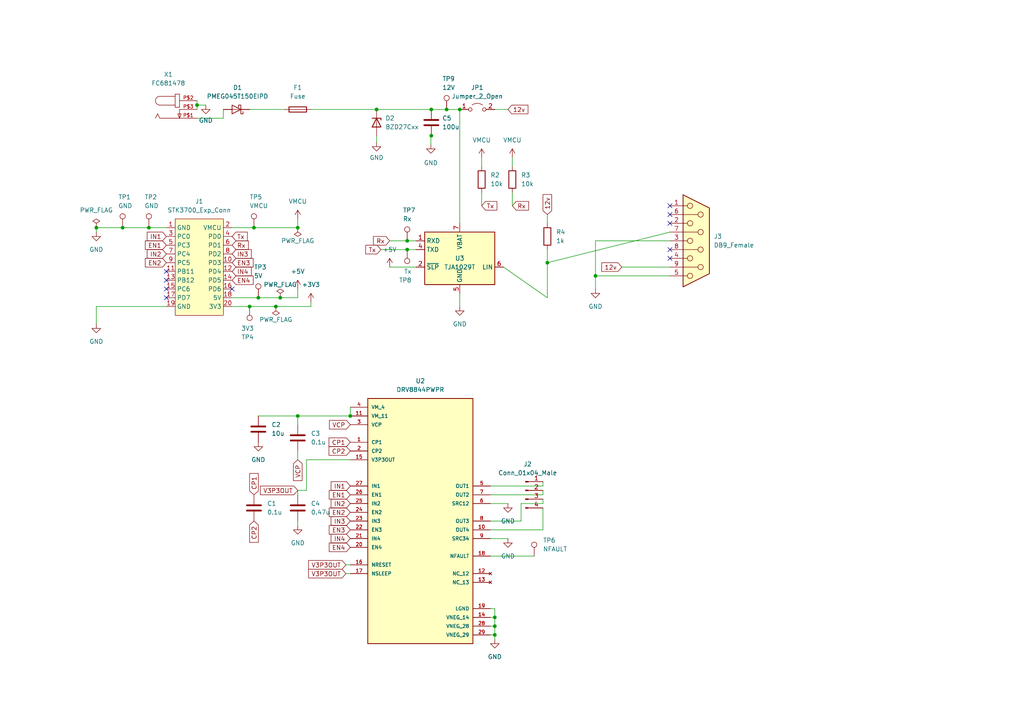
<source format=kicad_sch>
(kicad_sch (version 20211123) (generator eeschema)
  (paper "A4")
  (lib_symbols
    (symbol "Connector:Conn_01x04_Male" (pin_names (offset 1.016) hide)
      (property "Reference" "J" (at 0 5.08 0))
      (property "Value" "Conn_01x04_Male" (at 0 -7.62 0))
      (symbol "Conn_01x04_Male_1_1"
        (polyline (pts (xy 1.27 -5.08) (xy 0.8636 -5.08)) (stroke (width 0.1524)))
        (polyline (pts (xy 1.27 -2.54) (xy 0.8636 -2.54)) (stroke (width 0.1524)))
        (polyline (pts (xy 1.27 0) (xy 0.8636 0)) (stroke (width 0.1524)))
        (polyline (pts (xy 1.27 2.54) (xy 0.8636 2.54)) (stroke (width 0.1524)))
        (rectangle (start 0.8636 -4.953) (end 0 -5.207) (stroke (width 0.1524)) (fill (type outline)))
        (rectangle (start 0.8636 -2.413) (end 0 -2.667) (stroke (width 0.1524)) (fill (type outline)))
        (rectangle (start 0.8636 0.127) (end 0 -0.127) (stroke (width 0.1524)) (fill (type outline)))
        (rectangle (start 0.8636 2.667) (end 0 2.413) (stroke (width 0.1524)) (fill (type outline)))
        (pin passive line (at 5.08 2.54 180) (length 3.81) (name "Pin_1") (number "1"))
        (pin passive line (at 5.08 0 180) (length 3.81) (name "Pin_2") (number "2"))
        (pin passive line (at 5.08 -2.54 180) (length 3.81) (name "Pin_3") (number "3"))
        (pin passive line (at 5.08 -5.08 180) (length 3.81) (name "Pin_4") (number "4"))
      )
    )
    (symbol "Connector:DB9_Female" (pin_names (offset 1.016) hide)
      (property "Reference" "J" (at 0 13.97 0))
      (property "Value" "DB9_Female" (at 0 -14.605 0))
      (symbol "DB9_Female_0_1"
        (circle (center -1.778 -10.16) (radius 0.762))
        (circle (center -1.778 -5.08) (radius 0.762))
        (circle (center -1.778 0) (radius 0.762))
        (circle (center -1.778 5.08) (radius 0.762))
        (circle (center -1.778 10.16) (radius 0.762))
        (polyline (pts (xy -3.81 -10.16) (xy -2.54 -10.16)))
        (polyline (pts (xy -3.81 -7.62) (xy 0.508 -7.62)))
        (polyline (pts (xy -3.81 -5.08) (xy -2.54 -5.08)))
        (polyline (pts (xy -3.81 -2.54) (xy 0.508 -2.54)))
        (polyline (pts (xy -3.81 0) (xy -2.54 0)))
        (polyline (pts (xy -3.81 2.54) (xy 0.508 2.54)))
        (polyline (pts (xy -3.81 5.08) (xy -2.54 5.08)))
        (polyline (pts (xy -3.81 7.62) (xy 0.508 7.62)))
        (polyline (pts (xy -3.81 10.16) (xy -2.54 10.16)))
        (polyline (pts (xy -3.81 13.335) (xy -3.81 -13.335) (xy 3.81 -9.525) (xy 3.81 9.525) (xy -3.81 13.335)) (stroke (width 0.254)) (fill (type background)))
        (circle (center 1.27 -7.62) (radius 0.762))
        (circle (center 1.27 -2.54) (radius 0.762))
        (circle (center 1.27 2.54) (radius 0.762))
        (circle (center 1.27 7.62) (radius 0.762))
      )
      (symbol "DB9_Female_1_1"
        (pin passive line (at -7.62 10.16 0) (length 3.81) (name "1") (number "1"))
        (pin passive line (at -7.62 5.08 0) (length 3.81) (name "2") (number "2"))
        (pin passive line (at -7.62 0 0) (length 3.81) (name "3") (number "3"))
        (pin passive line (at -7.62 -5.08 0) (length 3.81) (name "4") (number "4"))
        (pin passive line (at -7.62 -10.16 0) (length 3.81) (name "5") (number "5"))
        (pin passive line (at -7.62 7.62 0) (length 3.81) (name "6") (number "6"))
        (pin passive line (at -7.62 2.54 0) (length 3.81) (name "7") (number "7"))
        (pin passive line (at -7.62 -2.54 0) (length 3.81) (name "8") (number "8"))
        (pin passive line (at -7.62 -7.62 0) (length 3.81) (name "9") (number "9"))
      )
    )
    (symbol "Connector:TestPoint" (pin_numbers hide) (pin_names (offset 0.762) hide)
      (property "Reference" "TP" (at 0 6.858 0))
      (property "Value" "TestPoint" (at 0 5.08 0))
      (symbol "TestPoint_0_1"
        (circle (center 0 3.302) (radius 0.762))
      )
      (symbol "TestPoint_1_1"
        (pin passive line (at 0 0 90) (length 2.54) (name "1") (number "1"))
      )
    )
    (symbol "DRV8844PWPR:DRV8844PWPR" (pin_names (offset 1.016))
      (property "Reference" "U" (at -15.24 35.56 0))
      (property "Value" "DRV8844PWPR" (at -15.24 -40.64 0))
      (symbol "DRV8844PWPR_0_0"
        (rectangle (start -15.24 -35.56) (end 15.24 35.56) (stroke (width 0.254)) (fill (type background)))
        (pin power_in line (at -20.32 22.86 0) (length 5.08) (name "CP1") (number "1"))
        (pin output line (at 20.32 -2.54 180) (length 5.08) (name "OUT4") (number "10"))
        (pin power_in line (at -20.32 30.48 0) (length 5.08) (name "VM_11") (number "11"))
        (pin no_connect line (at 20.32 -15.24 180) (length 5.08) (name "NC_12") (number "12"))
        (pin no_connect line (at 20.32 -17.78 180) (length 5.08) (name "NC_13") (number "13"))
        (pin power_in line (at 20.32 -27.94 180) (length 5.08) (name "VNEG_14") (number "14"))
        (pin power_in line (at -20.32 17.78 0) (length 5.08) (name "V3P3OUT") (number "15"))
        (pin input line (at -20.32 -12.7 0) (length 5.08) (name "NRESET") (number "16"))
        (pin input line (at -20.32 -15.24 0) (length 5.08) (name "NSLEEP") (number "17"))
        (pin output line (at 20.32 -10.16 180) (length 5.08) (name "NFAULT") (number "18"))
        (pin power_in line (at 20.32 -25.4 180) (length 5.08) (name "LGND") (number "19"))
        (pin power_in line (at -20.32 20.32 0) (length 5.08) (name "CP2") (number "2"))
        (pin input line (at -20.32 -7.62 0) (length 5.08) (name "EN4") (number "20"))
        (pin input line (at -20.32 -5.08 0) (length 5.08) (name "IN4") (number "21"))
        (pin input line (at -20.32 -2.54 0) (length 5.08) (name "EN3") (number "22"))
        (pin bidirectional line (at -20.32 0 0) (length 5.08) (name "IN3") (number "23"))
        (pin input line (at -20.32 2.54 0) (length 5.08) (name "EN2") (number "24"))
        (pin input line (at -20.32 5.08 0) (length 5.08) (name "IN2") (number "25"))
        (pin input line (at -20.32 7.62 0) (length 5.08) (name "EN1") (number "26"))
        (pin input line (at -20.32 10.16 0) (length 5.08) (name "IN1") (number "27"))
        (pin power_in line (at 20.32 -30.48 180) (length 5.08) (name "VNEG_28") (number "28"))
        (pin power_in line (at 20.32 -33.02 180) (length 5.08) (name "VNEG_29") (number "29"))
        (pin power_in line (at -20.32 27.94 0) (length 5.08) (name "VCP") (number "3"))
        (pin power_in line (at -20.32 33.02 0) (length 5.08) (name "VM_4") (number "4"))
        (pin output line (at 20.32 10.16 180) (length 5.08) (name "OUT1") (number "5"))
        (pin power_in line (at 20.32 5.08 180) (length 5.08) (name "SRC12") (number "6"))
        (pin output line (at 20.32 7.62 180) (length 5.08) (name "OUT2") (number "7"))
        (pin output line (at 20.32 0 180) (length 5.08) (name "OUT3") (number "8"))
        (pin power_in line (at 20.32 -5.08 180) (length 5.08) (name "SRC34") (number "9"))
      )
    )
    (symbol "Device:C" (pin_numbers hide) (pin_names (offset 0.254))
      (property "Reference" "C" (at 0.635 2.54 0))
      (property "Value" "C" (at 0.635 -2.54 0))
      (symbol "C_0_1"
        (polyline (pts (xy -2.032 -0.762) (xy 2.032 -0.762)) (stroke (width 0.508)))
        (polyline (pts (xy -2.032 0.762) (xy 2.032 0.762)) (stroke (width 0.508)))
      )
      (symbol "C_1_1"
        (pin passive line (at 0 3.81 270) (length 2.794) (name "~") (number "1"))
        (pin passive line (at 0 -3.81 90) (length 2.794) (name "~") (number "2"))
      )
    )
    (symbol "Device:Fuse" (pin_numbers hide) (pin_names (offset 0))
      (property "Reference" "F" (at 2.032 0 90))
      (property "Value" "Fuse" (at -1.905 0 90))
      (symbol "Fuse_0_1"
        (rectangle (start -0.762 -2.54) (end 0.762 2.54) (stroke (width 0.254)))
        (polyline (pts (xy 0 2.54) (xy 0 -2.54)))
      )
      (symbol "Fuse_1_1"
        (pin passive line (at 0 3.81 270) (length 1.27) (name "~") (number "1"))
        (pin passive line (at 0 -3.81 90) (length 1.27) (name "~") (number "2"))
      )
    )
    (symbol "Device:R" (pin_numbers hide) (pin_names (offset 0))
      (property "Reference" "R" (at 2.032 0 90))
      (property "Value" "R" (at 0 0 90))
      (symbol "R_0_1"
        (rectangle (start -1.016 -2.54) (end 1.016 2.54) (stroke (width 0.254)))
      )
      (symbol "R_1_1"
        (pin passive line (at 0 3.81 270) (length 1.27) (name "~") (number "1"))
        (pin passive line (at 0 -3.81 90) (length 1.27) (name "~") (number "2"))
      )
    )
    (symbol "Diode:BZD27Cxx" (pin_numbers hide) (pin_names hide)
      (property "Reference" "D" (at 0 2.54 0))
      (property "Value" "BZD27Cxx" (at 0 -2.54 0))
      (symbol "BZD27Cxx_0_1"
        (polyline (pts (xy 1.27 0) (xy -1.27 0)))
        (polyline (pts (xy -1.27 -1.27) (xy -1.27 1.27) (xy -0.762 1.27)) (stroke (width 0.254)))
        (polyline (pts (xy 1.27 -1.27) (xy 1.27 1.27) (xy -1.27 0) (xy 1.27 -1.27)) (stroke (width 0.254)))
      )
      (symbol "BZD27Cxx_1_1"
        (pin passive line (at -3.81 0 0) (length 2.54) (name "K") (number "1"))
        (pin passive line (at 3.81 0 180) (length 2.54) (name "A") (number "2"))
      )
    )
    (symbol "Diode:PMEG045T150EIPD" (pin_numbers hide) (pin_names hide)
      (property "Reference" "D" (at 0 2.54 0))
      (property "Value" "PMEG045T150EIPD" (at 0 -2.54 0))
      (symbol "PMEG045T150EIPD_0_1"
        (polyline (pts (xy 1.27 0) (xy -1.27 0)))
        (polyline (pts (xy 1.27 1.27) (xy 1.27 -1.27) (xy -1.27 0) (xy 1.27 1.27)) (stroke (width 0.2032)))
        (polyline (pts (xy -1.905 0.635) (xy -1.905 1.27) (xy -1.27 1.27) (xy -1.27 -1.27) (xy -0.635 -1.27) (xy -0.635 -0.635)) (stroke (width 0.2032)))
      )
      (symbol "PMEG045T150EIPD_1_1"
        (pin passive line (at 3.81 0 180) (length 2.54) (name "A") (number "1"))
        (pin passive line (at 3.81 0 180) (length 2.54) hide (name "A") (number "2"))
        (pin passive line (at -3.81 0 0) (length 2.54) (name "K") (number "3"))
      )
    )
    (symbol "FC681478:FC681478" (pin_names (offset 1.016) hide)
      (property "Reference" "X" (at -7.62 5.08 0))
      (property "Value" "FC681478" (at -7.62 -5.08 0))
      (symbol "FC681478_0_0"
        (arc (start -5.715 3.81) (mid -6.985 2.54) (end -5.715 1.27) (stroke (width 0.1524)))
        (polyline (pts (xy -6.35 -1.27) (xy -6.985 -2.54)) (stroke (width 0.1524)))
        (polyline (pts (xy -5.715 -2.54) (xy -6.35 -1.27)) (stroke (width 0.1524)))
        (polyline (pts (xy -5.715 3.81) (xy -1.27 3.81)) (stroke (width 0.1524)))
        (polyline (pts (xy -1.27 0.635) (xy 0 0.635)) (stroke (width 0.1524)))
        (polyline (pts (xy -1.27 1.27) (xy -5.715 1.27)) (stroke (width 0.1524)))
        (polyline (pts (xy -1.27 1.27) (xy -1.27 0.635)) (stroke (width 0.1524)))
        (polyline (pts (xy -1.27 3.81) (xy -1.27 1.27)) (stroke (width 0.1524)))
        (polyline (pts (xy -1.27 4.445) (xy -1.27 3.81)) (stroke (width 0.1524)))
        (polyline (pts (xy 0 -2.54) (xy -5.715 -2.54)) (stroke (width 0.1524)))
        (polyline (pts (xy 0 0) (xy 0 -2.54)) (stroke (width 0.1524)))
        (polyline (pts (xy 0 0.635) (xy 0 4.445)) (stroke (width 0.1524)))
        (polyline (pts (xy 0 4.445) (xy -1.27 4.445)) (stroke (width 0.1524)))
        (polyline (pts (xy 0 -2.54) (xy -0.508 -1.27) (xy 0.508 -1.27) (xy 0 -2.54)) (stroke (width 0.1524)) (fill (type background)))
        (pin passive line (at 5.08 -2.54 180) (length 5.08) (name "~") (number "P$1"))
        (pin passive line (at 5.08 2.54 180) (length 5.08) (name "~") (number "P$2"))
        (pin passive line (at 5.08 0 180) (length 5.08) (name "~") (number "P$3"))
      )
    )
    (symbol "Interface_CAN_LIN:TJA1029T"
      (property "Reference" "U" (at -10.16 8.89 0))
      (property "Value" "TJA1029T" (at 1.27 8.89 0))
      (symbol "TJA1029T_0_1"
        (rectangle (start -10.16 7.62) (end 10.16 -7.62) (stroke (width 0.254)) (fill (type background)))
      )
      (symbol "TJA1029T_1_1"
        (pin open_collector line (at -12.7 5.08 0) (length 2.54) (name "RXD") (number "1"))
        (pin input line (at -12.7 -2.54 0) (length 2.54) (name "~{SLP}") (number "2"))
        (pin no_connect line (at -10.16 -5.08 0) (length 2.54) hide (name "NC") (number "3"))
        (pin input line (at -12.7 2.54 0) (length 2.54) (name "TXD") (number "4"))
        (pin power_in line (at 0 -10.16 90) (length 2.54) (name "GND") (number "5"))
        (pin bidirectional line (at 12.7 -2.54 180) (length 2.54) (name "LIN") (number "6"))
        (pin power_in line (at 0 10.16 270) (length 2.54) (name "VBAT") (number "7"))
        (pin no_connect line (at 10.16 2.54 180) (length 2.54) hide (name "NC") (number "8"))
      )
    )
    (symbol "Jumper:Jumper_2_Open" (pin_names (offset 0) hide)
      (property "Reference" "JP" (at 0 2.794 0))
      (property "Value" "Jumper_2_Open" (at 0 -2.286 0))
      (symbol "Jumper_2_Open_0_0"
        (circle (center -2.032 0) (radius 0.508))
        (circle (center 2.032 0) (radius 0.508))
      )
      (symbol "Jumper_2_Open_0_1"
        (arc (start 1.524 1.27) (mid 0 1.778) (end -1.524 1.27))
      )
      (symbol "Jumper_2_Open_1_1"
        (pin passive line (at -5.08 0 0) (length 2.54) (name "A") (number "1"))
        (pin passive line (at 5.08 0 180) (length 2.54) (name "B") (number "2"))
      )
    )
    (symbol "STK3700_Expansion_board:STK3700_Exp_Conn"
      (property "Reference" "J" (at -6.35 13.97 0))
      (property "Value" "STK3700_Exp_Conn" (at 0 -16.51 0))
      (symbol "STK3700_Exp_Conn_0_1"
        (rectangle (start -6.35 12.7) (end 7.62 -15.24) (fill (type background)))
      )
      (symbol "STK3700_Exp_Conn_1_1"
        (pin passive line (at -8.89 10.16 0) (length 2.54) (name "GND") (number "1"))
        (pin passive line (at 10.16 0 180) (length 2.54) (name "PD3") (number "10"))
        (pin passive line (at -8.89 -2.54 0) (length 2.54) (name "PB11") (number "11"))
        (pin passive line (at 10.16 -2.54 180) (length 2.54) (name "PD4") (number "12"))
        (pin passive line (at -8.89 -5.08 0) (length 2.54) (name "PB12") (number "13"))
        (pin passive line (at 10.16 -5.08 180) (length 2.54) (name "PD5") (number "14"))
        (pin passive line (at -8.89 -7.62 0) (length 2.54) (name "PC6") (number "15"))
        (pin passive line (at 10.16 -7.62 180) (length 2.54) (name "PD6") (number "16"))
        (pin passive line (at -8.89 -10.16 0) (length 2.54) (name "PD7") (number "17"))
        (pin passive line (at 10.16 -10.16 180) (length 2.54) (name "5V") (number "18"))
        (pin passive line (at -8.89 -12.7 0) (length 2.54) (name "GND") (number "19"))
        (pin passive line (at 10.16 10.16 180) (length 2.54) (name "VMCU") (number "2"))
        (pin passive line (at 10.16 -12.7 180) (length 2.54) (name "3V3") (number "20"))
        (pin passive line (at -8.89 7.62 0) (length 2.54) (name "PC0") (number "3"))
        (pin passive line (at 10.16 7.62 180) (length 2.54) (name "PD0") (number "4"))
        (pin passive line (at -8.89 5.08 0) (length 2.54) (name "PC3") (number "5"))
        (pin passive line (at 10.16 5.08 180) (length 2.54) (name "PD1") (number "6"))
        (pin passive line (at -8.89 2.54 0) (length 2.54) (name "PC4") (number "7"))
        (pin passive line (at 10.16 2.54 180) (length 2.54) (name "PD2") (number "8"))
        (pin passive line (at -8.89 0 0) (length 2.54) (name "PC5") (number "9"))
      )
    )
    (symbol "STK3700_Expansion_board:VMCU" (power) (pin_names (offset 0))
      (property "Value" "VMCU" (at 0 3.556 0))
      (symbol "VMCU_0_1"
        (polyline (pts (xy -0.762 1.27) (xy 0 2.54)))
        (polyline (pts (xy 0 0) (xy 0 2.54)))
        (polyline (pts (xy 0 2.54) (xy 0.762 1.27)))
      )
      (symbol "VMCU_1_1"
        (pin power_in line (at 0 0 90) (length 0) hide (name "VMCU") (number "1"))
      )
    )
    (symbol "power:+3V3" (power) (pin_names (offset 0))
      (property "Value" "+3V3" (at 0 3.556 0))
      (symbol "+3V3_0_1"
        (polyline (pts (xy -0.762 1.27) (xy 0 2.54)))
        (polyline (pts (xy 0 0) (xy 0 2.54)))
        (polyline (pts (xy 0 2.54) (xy 0.762 1.27)))
      )
      (symbol "+3V3_1_1"
        (pin power_in line (at 0 0 90) (length 0) hide (name "+3V3") (number "1"))
      )
    )
    (symbol "power:+5V" (power) (pin_names (offset 0))
      (property "Value" "+5V" (at 0 3.556 0))
      (symbol "+5V_0_1"
        (polyline (pts (xy -0.762 1.27) (xy 0 2.54)))
        (polyline (pts (xy 0 0) (xy 0 2.54)))
        (polyline (pts (xy 0 2.54) (xy 0.762 1.27)))
      )
      (symbol "+5V_1_1"
        (pin power_in line (at 0 0 90) (length 0) hide (name "+5V") (number "1"))
      )
    )
    (symbol "power:GND" (power) (pin_names (offset 0))
      (property "Value" "GND" (at 0 -3.81 0))
      (symbol "GND_0_1"
        (polyline (pts (xy 0 0) (xy 0 -1.27) (xy 1.27 -1.27) (xy 0 -2.54) (xy -1.27 -1.27) (xy 0 -1.27)))
      )
      (symbol "GND_1_1"
        (pin power_in line (at 0 0 270) (length 0) hide (name "GND") (number "1"))
      )
    )
    (symbol "power:PWR_FLAG" (power) (pin_numbers hide) (pin_names (offset 0) hide)
      (property "Value" "PWR_FLAG" (at 0 3.81 0))
      (symbol "PWR_FLAG_0_0"
        (pin power_out line (at 0 0 90) (length 0) (name "pwr") (number "1"))
      )
      (symbol "PWR_FLAG_0_1"
        (polyline (pts (xy 0 0) (xy 0 1.27) (xy -1.016 1.905) (xy 0 2.54) (xy 1.016 1.905) (xy 0 1.27)))
      )
    )
  )
  (junction (at 158.75 76.2))
  (junction (at 129.54 31.75))
  (junction (at 143.51 184.15))
  (junction (at 35.56 66.04))
  (junction (at 101.6 120.65))
  (junction (at 57.15 30.48))
  (junction (at 43.18 66.04))
  (junction (at 118.11 72.39))
  (junction (at 73.66 66.04))
  (junction (at 81.28 86.36))
  (junction (at 80.01 88.9))
  (junction (at 125.095 39.37))
  (junction (at 172.72 80.01))
  (junction (at 27.94 66.04))
  (junction (at 72.39 88.9))
  (junction (at 133.35 31.75))
  (junction (at 86.36 120.65))
  (junction (at 125.095 31.75))
  (junction (at 74.93 86.36))
  (junction (at 109.22 31.75))
  (junction (at 143.51 181.61))
  (junction (at 86.36 66.04))
  (junction (at 118.11 69.85))
  (junction (at 143.51 179.07))
  (no_connect (at 48.26 86.36))
  (no_connect (at 48.26 81.28))
  (no_connect (at 48.26 83.82))
  (no_connect (at 48.26 78.74))
  (no_connect (at 194.31 72.39))
  (no_connect (at 194.31 62.23))
  (no_connect (at 194.31 64.77))
  (no_connect (at 194.31 59.69))
  (no_connect (at 194.31 74.93))
  (no_connect (at 67.31 83.82))
  (wire (pts (xy 86.36 86.36) (xy 86.36 83.82)))
  (wire (pts (xy 143.51 181.61) (xy 143.51 184.15)))
  (wire (pts (xy 86.36 130.81) (xy 86.36 133.35)))
  (wire (pts (xy 88.9 133.35) (xy 101.6 133.35)))
  (wire (pts (xy 57.15 34.29) (xy 64.77 34.29)))
  (wire (pts (xy 86.36 66.04) (xy 86.36 63.5)))
  (wire (pts (xy 133.35 85.09) (xy 133.35 88.9)))
  (wire (pts (xy 158.75 72.39) (xy 158.75 76.2)))
  (wire (pts (xy 74.93 120.65) (xy 86.36 120.65)))
  (wire (pts (xy 157.48 146.05) (xy 157.48 144.78)))
  (wire (pts (xy 142.24 179.07) (xy 143.51 179.07)))
  (wire (pts (xy 86.36 151.13) (xy 86.36 152.4)))
  (wire (pts (xy 142.24 176.53) (xy 143.51 176.53)))
  (wire (pts (xy 139.7 55.88) (xy 139.7 59.69)))
  (wire (pts (xy 80.01 88.9) (xy 90.17 88.9)))
  (wire (pts (xy 72.39 31.75) (xy 82.55 31.75)))
  (wire (pts (xy 57.15 30.48) (xy 57.15 31.75)))
  (wire (pts (xy 147.32 156.21) (xy 142.24 156.21)))
  (wire (pts (xy 157.48 153.67) (xy 157.48 147.32)))
  (wire (pts (xy 146.05 77.47) (xy 158.75 86.36)))
  (wire (pts (xy 109.22 39.37) (xy 109.22 41.275)))
  (wire (pts (xy 86.36 142.24) (xy 88.9 142.24)))
  (wire (pts (xy 72.39 88.9) (xy 80.01 88.9)))
  (wire (pts (xy 57.15 30.48) (xy 59.69 30.48)))
  (wire (pts (xy 172.72 69.85) (xy 172.72 80.01)))
  (wire (pts (xy 158.75 62.23) (xy 158.75 64.77)))
  (wire (pts (xy 43.18 66.04) (xy 48.26 66.04)))
  (wire (pts (xy 101.6 118.11) (xy 101.6 120.65)))
  (wire (pts (xy 113.03 77.47) (xy 120.65 77.47)))
  (wire (pts (xy 158.75 86.36) (xy 158.75 76.2)))
  (wire (pts (xy 35.56 66.04) (xy 43.18 66.04)))
  (wire (pts (xy 194.31 77.47) (xy 180.34 77.47)))
  (wire (pts (xy 139.7 45.72) (xy 139.7 48.26)))
  (wire (pts (xy 27.94 66.04) (xy 35.56 66.04)))
  (wire (pts (xy 158.75 76.2) (xy 194.31 67.31)))
  (wire (pts (xy 90.17 88.9) (xy 90.17 87.63)))
  (wire (pts (xy 27.94 66.04) (xy 27.94 67.31)))
  (wire (pts (xy 73.66 66.04) (xy 86.36 66.04)))
  (wire (pts (xy 148.59 55.88) (xy 148.59 59.69)))
  (wire (pts (xy 148.59 45.72) (xy 148.59 48.26)))
  (wire (pts (xy 64.77 34.29) (xy 64.77 31.75)))
  (wire (pts (xy 157.48 143.51) (xy 157.48 142.24)))
  (wire (pts (xy 143.51 176.53) (xy 143.51 179.07)))
  (wire (pts (xy 142.24 161.29) (xy 154.94 161.29)))
  (wire (pts (xy 172.72 80.01) (xy 172.72 83.82)))
  (wire (pts (xy 142.24 151.13) (xy 151.13 151.13)))
  (wire (pts (xy 27.94 93.98) (xy 27.94 88.9)))
  (wire (pts (xy 129.54 31.75) (xy 133.35 31.75)))
  (wire (pts (xy 125.222 39.37) (xy 125.095 39.37)))
  (wire (pts (xy 133.35 31.75) (xy 133.35 64.77)))
  (wire (pts (xy 67.31 88.9) (xy 72.39 88.9)))
  (wire (pts (xy 57.15 29.21) (xy 57.15 30.48)))
  (wire (pts (xy 143.51 179.07) (xy 143.51 181.61)))
  (wire (pts (xy 142.24 153.67) (xy 157.48 153.67)))
  (wire (pts (xy 142.24 181.61) (xy 143.51 181.61)))
  (wire (pts (xy 110.49 72.39) (xy 118.11 72.39)))
  (wire (pts (xy 27.94 88.9) (xy 48.26 88.9)))
  (wire (pts (xy 67.31 86.36) (xy 74.93 86.36)))
  (wire (pts (xy 143.51 31.75) (xy 147.32 31.75)))
  (wire (pts (xy 142.24 140.97) (xy 157.48 140.97)))
  (wire (pts (xy 125.095 39.37) (xy 124.968 39.37)))
  (wire (pts (xy 151.13 151.13) (xy 151.13 146.05)))
  (wire (pts (xy 124.968 39.37) (xy 124.968 41.91)))
  (wire (pts (xy 142.24 184.15) (xy 143.51 184.15)))
  (wire (pts (xy 67.31 66.04) (xy 73.66 66.04)))
  (wire (pts (xy 101.6 166.37) (xy 100.33 166.37)))
  (wire (pts (xy 86.36 120.65) (xy 101.6 120.65)))
  (wire (pts (xy 118.11 72.39) (xy 120.65 72.39)))
  (wire (pts (xy 118.11 69.85) (xy 120.65 69.85)))
  (wire (pts (xy 90.17 31.75) (xy 109.22 31.75)))
  (wire (pts (xy 88.9 133.35) (xy 88.9 142.24)))
  (wire (pts (xy 143.51 184.15) (xy 143.51 185.42)))
  (wire (pts (xy 142.24 143.51) (xy 157.48 143.51)))
  (wire (pts (xy 101.6 163.83) (xy 100.33 163.83)))
  (wire (pts (xy 81.28 86.36) (xy 86.36 86.36)))
  (wire (pts (xy 157.48 140.97) (xy 157.48 139.7)))
  (wire (pts (xy 125.095 31.75) (xy 129.54 31.75)))
  (wire (pts (xy 113.03 69.85) (xy 118.11 69.85)))
  (wire (pts (xy 151.13 146.05) (xy 157.48 146.05)))
  (wire (pts (xy 194.31 69.85) (xy 172.72 69.85)))
  (wire (pts (xy 86.36 142.24) (xy 86.36 143.51)))
  (wire (pts (xy 86.36 120.65) (xy 86.36 123.19)))
  (wire (pts (xy 147.32 146.05) (xy 142.24 146.05)))
  (wire (pts (xy 109.22 31.75) (xy 125.095 31.75)))
  (wire (pts (xy 74.93 86.36) (xy 81.28 86.36)))
  (wire (pts (xy 172.72 80.01) (xy 194.31 80.01)))
  (global_label "EN1" (shape input) (at 48.26 71.12 180) (property "Intersheet References" "${INTERSHEET_REFS}" (effects hide)))
  (global_label "EN4" (shape input) (at 67.31 81.28 0) (property "Intersheet References" "${INTERSHEET_REFS}" (effects hide)))
  (global_label "IN4" (shape input) (at 101.6 156.21 180) (property "Intersheet References" "${INTERSHEET_REFS}" (effects hide)))
  (global_label "Tx" (shape input) (at 67.31 68.58 0) (property "Intersheet References" "${INTERSHEET_REFS}" (effects hide)))
  (global_label "12v" (shape input) (at 180.34 77.47 180) (property "Intersheet References" "${INTERSHEET_REFS}" (effects hide)))
  (global_label "CP1" (shape input) (at 101.6 128.27 180) (property "Intersheet References" "${INTERSHEET_REFS}" (effects hide)))
  (global_label "EN3" (shape input) (at 67.31 76.2 0) (property "Intersheet References" "${INTERSHEET_REFS}" (effects hide)))
  (global_label "CP2" (shape input) (at 101.6 130.81 180) (property "Intersheet References" "${INTERSHEET_REFS}" (effects hide)))
  (global_label "IN2" (shape input) (at 101.6 146.05 180) (property "Intersheet References" "${INTERSHEET_REFS}" (effects hide)))
  (global_label "V3P3OUT" (shape input) (at 100.33 166.37 180) (property "Intersheet References" "${INTERSHEET_REFS}" (effects hide)))
  (global_label "EN2" (shape input) (at 48.26 76.2 180) (property "Intersheet References" "${INTERSHEET_REFS}" (effects hide)))
  (global_label "EN2" (shape input) (at 101.6 148.59 180) (property "Intersheet References" "${INTERSHEET_REFS}" (effects hide)))
  (global_label "IN3" (shape input) (at 101.6 151.13 180) (property "Intersheet References" "${INTERSHEET_REFS}" (effects hide)))
  (global_label "V3P3OUT" (shape input) (at 86.36 142.24 180) (property "Intersheet References" "${INTERSHEET_REFS}" (effects hide)))
  (global_label "VCP" (shape input) (at 101.6 123.19 180) (property "Intersheet References" "${INTERSHEET_REFS}" (effects hide)))
  (global_label "CP2" (shape input) (at 73.66 151.13 270) (property "Intersheet References" "${INTERSHEET_REFS}" (effects hide)))
  (global_label "IN4" (shape input) (at 67.31 78.74 0) (property "Intersheet References" "${INTERSHEET_REFS}" (effects hide)))
  (global_label "IN2" (shape input) (at 48.26 73.66 180) (property "Intersheet References" "${INTERSHEET_REFS}" (effects hide)))
  (global_label "EN3" (shape input) (at 101.6 153.67 180) (property "Intersheet References" "${INTERSHEET_REFS}" (effects hide)))
  (global_label "IN1" (shape input) (at 48.26 68.58 180) (property "Intersheet References" "${INTERSHEET_REFS}" (effects hide)))
  (global_label "Rx" (shape input) (at 67.31 71.12 0) (property "Intersheet References" "${INTERSHEET_REFS}" (effects hide)))
  (global_label "12v" (shape input) (at 147.32 31.75 0) (property "Intersheet References" "${INTERSHEET_REFS}" (effects hide)))
  (global_label "12v" (shape input) (at 158.75 62.23 90) (property "Intersheet References" "${INTERSHEET_REFS}" (effects hide)))
  (global_label "EN4" (shape input) (at 101.6 158.75 180) (property "Intersheet References" "${INTERSHEET_REFS}" (effects hide)))
  (global_label "IN3" (shape input) (at 67.31 73.66 0) (property "Intersheet References" "${INTERSHEET_REFS}" (effects hide)))
  (global_label "Tx" (shape input) (at 110.49 72.39 180) (property "Intersheet References" "${INTERSHEET_REFS}" (effects hide)))
  (global_label "V3P3OUT" (shape input) (at 100.33 163.83 180) (property "Intersheet References" "${INTERSHEET_REFS}" (effects hide)))
  (global_label "Tx" (shape input) (at 139.7 59.69 0) (property "Intersheet References" "${INTERSHEET_REFS}" (effects hide)))
  (global_label "Rx" (shape input) (at 148.59 59.69 0) (property "Intersheet References" "${INTERSHEET_REFS}" (effects hide)))
  (global_label "VCP" (shape input) (at 86.36 133.35 270) (property "Intersheet References" "${INTERSHEET_REFS}" (effects hide)))
  (global_label "Rx" (shape input) (at 113.03 69.85 180) (property "Intersheet References" "${INTERSHEET_REFS}" (effects hide)))
  (global_label "IN1" (shape input) (at 101.6 140.97 180) (property "Intersheet References" "${INTERSHEET_REFS}" (effects hide)))
  (global_label "EN1" (shape input) (at 101.6 143.51 180) (property "Intersheet References" "${INTERSHEET_REFS}" (effects hide)))
  (global_label "CP1" (shape input) (at 73.66 143.51 90) (property "Intersheet References" "${INTERSHEET_REFS}" (effects hide)))
  (symbol (lib_id "FC681478:FC681478") (at 52.07 31.75 0) (unit 1)
    (property "Reference" "X1" (at 48.8315 21.59 0))
    (property "Value" "FC681478" (at 48.8315 24.13 0))
    (property "Footprint" "Connector_BarrelJack:BarrelJack_Horizontal" (effects hide))
  )
  (symbol (lib_id "power:GND") (at 86.36 152.4 0) (unit 1)
    (property "Reference" "#PWR0115" (effects hide))
    (property "Value" "GND" (at 86.36 157.48 0))
  )
  (symbol (lib_id "Interface_CAN_LIN:TJA1029T") (at 133.35 74.93 0) (unit 1)
    (property "Reference" "U3" (at 133.35 74.93 0))
    (property "Value" "TJA1029T" (at 133.35 77.47 0))
    (property "Footprint" "Package_SO:SOIC-8_3.9x4.9mm_P1.27mm" (effects hide))
    (property "Datasheet" "http://www.nxp.com/documents/data_sheet/TJA1029.pdf" (effects hide))
  )
  (symbol (lib_id "Connector:TestPoint") (at 35.56 66.04 0) (unit 1)
    (property "Reference" "TP1" (at 34.29 57.15 0) (effects (justify left)))
    (property "Value" "GND" (at 34.29 59.69 0) (effects (justify left)))
    (property "Footprint" "TestPoint:TestPoint_THTPad_D2.0mm_Drill1.0mm" (effects hide))
  )
  (symbol (lib_id "power:PWR_FLAG") (at 27.94 66.04 0) (unit 1)
    (property "Reference" "#FLG0102" (effects hide))
    (property "Value" "PWR_FLAG" (at 27.94 60.96 0))
  )
  (symbol (lib_id "STK3700_Expansion_board:VMCU") (at 86.36 63.5 0) (unit 1)
    (property "Reference" "#PWR0109" (effects hide))
    (property "Value" "VMCU" (at 86.36 58.42 0))
  )
  (symbol (lib_id "Device:Fuse") (at 86.36 31.75 90) (unit 1)
    (property "Reference" "F1" (at 86.36 25.4 90))
    (property "Value" "Fuse" (at 86.36 27.94 90))
    (property "Footprint" "Fuse:Fuseholder_Cylinder-5x20mm_Schurter_0031_8201_Horizontal_Open" (effects hide))
  )
  (symbol (lib_id "power:GND") (at 147.32 156.21 0) (unit 1)
    (property "Reference" "#PWR0119" (effects hide))
    (property "Value" "GND" (at 147.32 161.29 0))
  )
  (symbol (lib_id "power:GND") (at 109.22 41.275 0) (unit 1)
    (property "Reference" "#PWR0105" (effects hide))
    (property "Value" "GND" (at 109.22 45.72 0))
  )
  (symbol (lib_id "Device:C") (at 125.095 35.56 0) (unit 1)
    (property "Reference" "C5" (at 128.27 34.2899 0) (effects (justify left)))
    (property "Value" "100u" (at 128.27 36.8299 0) (effects (justify left)))
    (property "Footprint" "Capacitor_SMD:CP_Elec_4x3.9" (effects hide))
  )
  (symbol (lib_id "Device:C") (at 74.93 124.46 0) (unit 1)
    (property "Reference" "C2" (at 78.74 123.1899 0) (effects (justify left)))
    (property "Value" "10u" (at 78.74 125.7299 0) (effects (justify left)))
    (property "Footprint" "Capacitor_SMD:C_0805_2012Metric_Pad1.18x1.45mm_HandSolder" (effects hide))
  )
  (symbol (lib_id "power:GND") (at 27.94 67.31 0) (unit 1)
    (property "Reference" "#PWR0110" (effects hide))
    (property "Value" "GND" (at 27.94 72.39 0))
  )
  (symbol (lib_id "power:GND") (at 74.93 128.27 0) (unit 1)
    (property "Reference" "#PWR0114" (effects hide))
    (property "Value" "GND" (at 74.93 133.35 0))
  )
  (symbol (lib_id "STK3700_Expansion_board:VMCU") (at 148.59 45.72 0) (unit 1)
    (property "Reference" "#PWR0108" (effects hide))
    (property "Value" "VMCU" (at 148.59 40.64 0))
  )
  (symbol (lib_id "Connector:TestPoint") (at 73.66 66.04 0) (unit 1)
    (property "Reference" "TP5" (at 72.39 57.15 0) (effects (justify left)))
    (property "Value" "VMCU" (at 72.39 59.69 0) (effects (justify left)))
    (property "Footprint" "TestPoint:TestPoint_THTPad_D1.5mm_Drill0.7mm" (effects hide))
  )
  (symbol (lib_id "Connector:DB9_Female") (at 201.93 69.85 0) (unit 1)
    (property "Reference" "J3" (at 207.01 68.5799 0) (effects (justify left)))
    (property "Value" "DB9_Female" (at 207.01 71.1199 0) (effects (justify left)))
    (property "Footprint" "Connector_Dsub:DSUB-9_Male_Horizontal_P2.77x2.84mm_EdgePinOffset4.94mm_Housed_MountingHolesOffset7.48mm" (effects hide))
    (property "Datasheet" " ~" (effects hide))
  )
  (symbol (lib_id "power:+3V3") (at 90.17 87.63 0) (unit 1)
    (property "Reference" "#PWR0113" (effects hide))
    (property "Value" "+3V3" (at 90.17 82.55 0))
  )
  (symbol (lib_id "Device:R") (at 158.75 68.58 0) (unit 1)
    (property "Reference" "R4" (at 161.29 67.3099 0) (effects (justify left)))
    (property "Value" "1k" (at 161.29 69.8499 0) (effects (justify left)))
    (property "Footprint" "Resistor_SMD:R_0805_2012Metric_Pad1.20x1.40mm_HandSolder" (effects hide))
  )
  (symbol (lib_id "Connector:TestPoint") (at 118.11 69.85 0) (unit 1)
    (property "Reference" "TP7" (at 116.84 60.96 0) (effects (justify left)))
    (property "Value" "Rx" (at 116.84 63.5 0) (effects (justify left)))
    (property "Footprint" "TestPoint:TestPoint_THTPad_D1.5mm_Drill0.7mm" (effects hide))
  )
  (symbol (lib_id "power:GND") (at 59.69 30.48 0) (unit 1)
    (property "Reference" "#PWR0104" (effects hide))
    (property "Value" "GND" (at 59.69 34.925 0))
  )
  (symbol (lib_id "Diode:BZD27Cxx") (at 109.22 35.56 270) (unit 1)
    (property "Reference" "D2" (at 111.76 34.2899 90) (effects (justify left)))
    (property "Value" "BZD27Cxx" (at 111.76 36.8299 90) (effects (justify left)))
    (property "Footprint" "Diode_SMD:D_SMF" (effects hide))
    (property "Datasheet" "https://www.vishay.com/docs/85153/bzd27series.pdf" (effects hide))
  )
  (symbol (lib_id "STK3700_Expansion_board:VMCU") (at 139.7 45.72 0) (unit 1)
    (property "Reference" "#PWR0107" (effects hide))
    (property "Value" "VMCU" (at 139.7 40.64 0))
  )
  (symbol (lib_id "Connector:TestPoint") (at 43.18 66.04 0) (unit 1)
    (property "Reference" "TP2" (at 41.91 57.15 0) (effects (justify left)))
    (property "Value" "GND" (at 41.91 59.69 0) (effects (justify left)))
    (property "Footprint" "TestPoint:TestPoint_THTPad_D2.0mm_Drill1.0mm" (effects hide))
  )
  (symbol (lib_id "Device:R") (at 139.7 52.07 0) (unit 1)
    (property "Reference" "R2" (at 142.24 50.7999 0) (effects (justify left)))
    (property "Value" "10k" (at 142.24 53.3399 0) (effects (justify left)))
    (property "Footprint" "Resistor_SMD:R_0805_2012Metric_Pad1.20x1.40mm_HandSolder" (effects hide))
  )
  (symbol (lib_id "Device:C") (at 73.66 147.32 0) (unit 1)
    (property "Reference" "C1" (at 77.47 146.0499 0) (effects (justify left)))
    (property "Value" "0.1u" (at 77.47 148.5899 0) (effects (justify left)))
    (property "Footprint" "Capacitor_SMD:C_0805_2012Metric_Pad1.18x1.45mm_HandSolder" (effects hide))
  )
  (symbol (lib_id "DRV8844PWPR:DRV8844PWPR") (at 121.92 151.13 0) (unit 1)
    (property "Reference" "U2" (at 121.92 110.49 0))
    (property "Value" "DRV8844PWPR" (at 121.92 113.03 0))
    (property "Footprint" "driver:IC_DRV8844PWPR" (effects hide))
    (property "PARTREV" "D" (effects hide))
    (property "MANUFACTURER" "Texas Instruments" (effects hide))
    (property "MAXIMUM_PACKAGE_HIEGHT" "1.2mm" (effects hide))
    (property "STANDARD" "IPC 7351B" (effects hide))
  )
  (symbol (lib_id "Connector:TestPoint") (at 154.94 161.29 0) (unit 1)
    (property "Reference" "TP6" (at 157.48 156.7179 0) (effects (justify left)))
    (property "Value" "NFAULT " (at 157.48 159.2579 0) (effects (justify left)))
    (property "Footprint" "TestPoint:TestPoint_THTPad_D1.5mm_Drill0.7mm" (effects hide))
  )
  (symbol (lib_id "power:GND") (at 133.35 88.9 0) (unit 1)
    (property "Reference" "#PWR0101" (effects hide))
    (property "Value" "GND" (at 133.35 93.98 0))
  )
  (symbol (lib_id "Device:C") (at 86.36 147.32 0) (unit 1)
    (property "Reference" "C4" (at 90.17 146.0499 0) (effects (justify left)))
    (property "Value" "0.47u" (at 90.17 148.5899 0) (effects (justify left)))
    (property "Footprint" "Capacitor_SMD:C_0805_2012Metric_Pad1.18x1.45mm_HandSolder" (effects hide))
  )
  (symbol (lib_id "Diode:PMEG045T150EIPD") (at 68.58 31.75 180) (unit 1)
    (property "Reference" "D1" (at 68.8975 25.4 0))
    (property "Value" "PMEG045T150EIPD" (at 68.8975 27.94 0))
    (property "Footprint" "Package_TO_SOT_SMD:Nexperia_CFP15_SOT-1289" (effects hide))
    (property "Datasheet" "https://assets.nexperia.com/documents/data-sheet/PMEG045T150EIPD.pdf" (effects hide))
  )
  (symbol (lib_id "power:+5V") (at 86.36 83.82 0) (unit 1)
    (property "Reference" "#PWR0112" (effects hide))
    (property "Value" "+5V" (at 86.36 78.74 0))
  )
  (symbol (lib_id "power:GND") (at 143.51 185.42 0) (unit 1)
    (property "Reference" "#PWR0117" (effects hide))
    (property "Value" "GND" (at 143.51 190.5 0))
  )
  (symbol (lib_id "Connector:TestPoint") (at 129.54 31.75 0) (unit 1)
    (property "Reference" "TP9" (at 128.27 22.86 0) (effects (justify left)))
    (property "Value" "12V" (at 128.27 25.4 0) (effects (justify left)))
    (property "Footprint" "TestPoint:TestPoint_THTPad_D1.5mm_Drill0.7mm" (effects hide))
  )
  (symbol (lib_id "power:GND") (at 172.72 83.82 0) (unit 1)
    (property "Reference" "#PWR0102" (effects hide))
    (property "Value" "GND" (at 172.72 88.9 0))
  )
  (symbol (lib_id "power:PWR_FLAG") (at 86.36 66.04 180) (unit 1)
    (property "Reference" "#FLG0101" (effects hide))
    (property "Value" "PWR_FLAG" (at 86.36 69.85 0))
  )
  (symbol (lib_id "Jumper:Jumper_2_Open") (at 138.43 31.75 0) (unit 1)
    (property "Reference" "JP1" (at 138.43 25.4 0))
    (property "Value" "Jumper_2_Open" (at 138.43 27.94 0))
    (property "Footprint" "Jumper:SolderJumper-2_P1.3mm_Bridged2Bar_Pad1.0x1.5mm" (effects hide))
  )
  (symbol (lib_id "Connector:TestPoint") (at 72.39 88.9 180) (unit 1)
    (property "Reference" "TP4" (at 73.66 97.79 0) (effects (justify left)))
    (property "Value" "3V3" (at 73.66 95.25 0) (effects (justify left)))
    (property "Footprint" "TestPoint:TestPoint_THTPad_D1.5mm_Drill0.7mm" (effects hide))
  )
  (symbol (lib_id "Connector:TestPoint") (at 74.93 86.36 0) (unit 1)
    (property "Reference" "TP3" (at 73.66 77.47 0) (effects (justify left)))
    (property "Value" "5V" (at 73.66 80.01 0) (effects (justify left)))
    (property "Footprint" "TestPoint:TestPoint_THTPad_D1.5mm_Drill0.7mm" (effects hide))
  )
  (symbol (lib_id "Connector:TestPoint") (at 118.11 72.39 180) (unit 1)
    (property "Reference" "TP8" (at 119.38 81.28 0) (effects (justify left)))
    (property "Value" "Tx" (at 119.38 78.74 0) (effects (justify left)))
    (property "Footprint" "TestPoint:TestPoint_THTPad_D1.5mm_Drill0.7mm" (effects hide))
  )
  (symbol (lib_id "Connector:Conn_01x04_Male") (at 152.4 142.24 0) (unit 1)
    (property "Reference" "J2" (at 153.035 134.62 0))
    (property "Value" "Conn_01x04_Male" (at 153.035 137.16 0))
    (property "Footprint" "Connector_PinHeader_2.54mm:PinHeader_1x04_P2.54mm_Vertical" (effects hide))
  )
  (symbol (lib_id "power:GND") (at 27.94 93.98 0) (unit 1)
    (property "Reference" "#PWR0111" (effects hide))
    (property "Value" "GND" (at 27.94 99.06 0))
  )
  (symbol (lib_id "power:PWR_FLAG") (at 80.01 88.9 180) (unit 1)
    (property "Reference" "#FLG0103" (effects hide))
    (property "Value" "PWR_FLAG" (at 80.01 92.71 0))
  )
  (symbol (lib_id "power:+5V") (at 113.03 77.47 0) (unit 1)
    (property "Reference" "#PWR0106" (effects hide))
    (property "Value" "+5V" (at 113.03 72.39 0))
  )
  (symbol (lib_id "Device:R") (at 148.59 52.07 0) (unit 1)
    (property "Reference" "R3" (at 151.13 50.7999 0) (effects (justify left)))
    (property "Value" "10k" (at 151.13 53.3399 0) (effects (justify left)))
    (property "Footprint" "Resistor_SMD:R_0805_2012Metric_Pad1.20x1.40mm_HandSolder" (effects hide))
  )
  (symbol (lib_id "STK3700_Expansion_board:STK3700_Exp_Conn") (at 57.15 76.2 0) (unit 1)
    (property "Reference" "J1" (at 57.785 58.42 0))
    (property "Value" "STK3700_Exp_Conn" (at 57.785 60.96 0))
    (property "Footprint" "STK3700_Expansion_board:PinSocket_2x10_P2.54mm_Horizontal_Reversed" (effects hide))
    (property "Datasheet" "https://www.silabs.com/documents/public/user-guides/efm32gg-stk3700-ug.pdf" (effects hide))
  )
  (symbol (lib_id "power:GND") (at 147.32 146.05 0) (unit 1)
    (property "Reference" "#PWR0118" (effects hide))
    (property "Value" "GND" (at 147.32 151.13 0))
  )
  (symbol (lib_id "Device:C") (at 86.36 127 0) (unit 1)
    (property "Reference" "C3" (at 90.17 125.7299 0) (effects (justify left)))
    (property "Value" "0.1u" (at 90.17 128.2699 0) (effects (justify left)))
    (property "Footprint" "Capacitor_SMD:C_0603_1608Metric_Pad1.08x0.95mm_HandSolder" (effects hide))
  )
  (symbol (lib_id "power:PWR_FLAG") (at 81.28 86.36 0) (unit 1)
    (property "Reference" "#FLG0104" (effects hide))
    (property "Value" "PWR_FLAG" (at 81.28 82.55 0))
  )
  (symbol (lib_id "power:GND") (at 124.968 41.91 0) (unit 1)
    (property "Reference" "#PWR0103" (effects hide))
    (property "Value" "GND" (at 124.968 47.244 0))
  )
)
</source>
